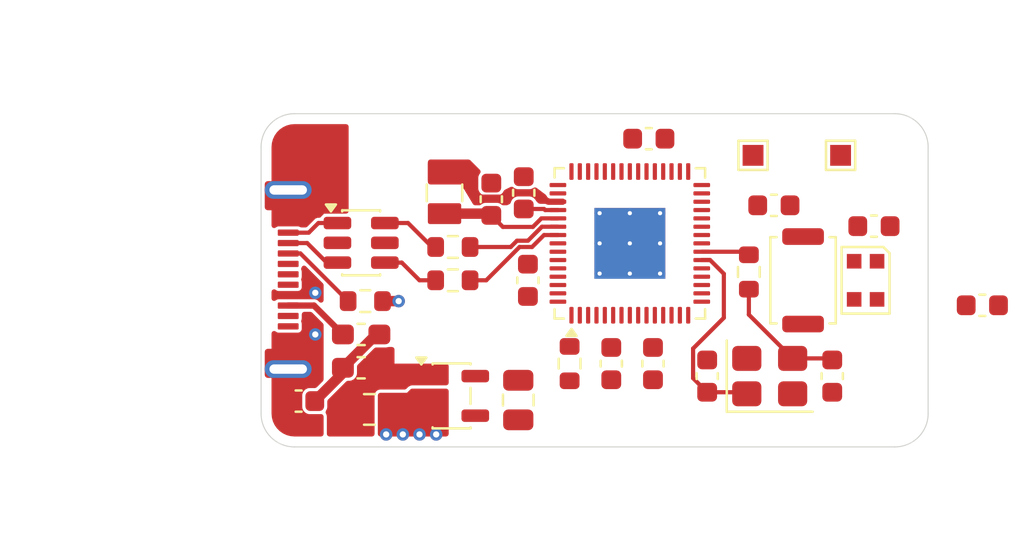
<source format=kicad_pcb>
(kicad_pcb (version 20241229) (generator "pcbnew") (generator_version "9.0")
  (layers (0 "F.Cu" signal) (2 "B.Cu" signal) (13 "F.Paste" user) (15 "B.Paste" user) (5 "F.SilkS" user "F.Silkscreen") (7 "B.SilkS" user "B.Silkscreen") (1 "F.Mask" user) (3 "B.Mask" user) (25 "Edge.Cuts" user))
  (net 0 "")
  (net 1 "+3V3")
  (net 2 "GND")
  (net 3 "+1V1")
  (net 4 "/VBus_{2}")
  (net 5 "+5V")
  (net 6 "/VBUS")
  (net 7 "Net-(P1-CC)")
  (net 46 "Net-(R4-Pad1)")
  (net 47 "/XIN")
  (net 48 "/LED_DAT")
  (net 49 "/USB_DP")
  (net 50 "/USB_DM_ESD")
  (net 51 "/USB_DM_RP")
  (net 52 "/USB_DP_RP")
  (net 53 "/USB_DP_ESD")
  (net 54 "/BUTTON")
  (net 55 "/XOUT")
  (net 56 "/SWCLK")
  (net 57 "/SWDIO")
  (net 58 "/USB_DM")
  (net 59 "/XTAL")
  (net 60 "/VREG_LX")
  (footprint "Capacitor_SMD:C_0603_1608Metric" (layer "F.Cu") (at 118.6 93.2)
    (property "Reference" "C9" (hide yes))
    (property "Value" "100n")
    (fp_line (start -0.14058 -0.51) (end 0.14058 -0.51) (stroke (width 0.12)) (layer "F.SilkS"))
    (fp_line (start -0.14058 0.51) (end 0.14058 0.51) (stroke (width 0.12)) (layer "F.SilkS"))
    (pad "1" smd roundrect (at -0.775 0) (size 0.9 0.95) (layers "F.Cu" "F.Mask" "F.Paste") (net 1 "+3V3"))
    (pad "2" smd roundrect (at 0.775 0) (size 0.9 0.95) (layers "F.Cu" "F.Mask" "F.Paste") (net 2 "GND"))
  )
  (footprint "Capacitor_SMD:C_0603_1608Metric" (layer "F.Cu") (at 124.6 96.4)
    (property "Reference" "C4" (hide yes))
    (property "Value" "4u7/6.3V/X5R")
    (fp_line (start -0.140581 -0.51) (end 0.140581 -0.51) (stroke (width 0.12)) (layer "F.SilkS"))
    (fp_line (start -0.140581 0.51) (end 0.140581 0.51) (stroke (width 0.12)) (layer "F.SilkS"))
    (pad "1" smd roundrect (at -0.775 0) (size 0.9 0.95) (layers "F.Cu" "F.Mask" "F.Paste") (net 3 "+1V1"))
    (pad "2" smd roundrect (at 0.775 0) (size 0.9 0.95) (layers "F.Cu" "F.Mask" "F.Paste") (net 2 "GND"))
  )
  (footprint "Capacitor_SMD:C_0603_1608Metric" (layer "F.Cu") (at 112.8 100 -90)
    (property "Reference" "C7" (hide yes))
    (property "Value" "100n")
    (fp_line (start -0.140581 0.51) (end 0.140581 0.51) (stroke (width 0.12)) (layer "F.SilkS"))
    (fp_line (start -0.140581 -0.51) (end 0.140581 -0.51) (stroke (width 0.12)) (layer "F.SilkS"))
    (pad "1" smd roundrect (at -0.775 0 270) (size 0.9 0.95) (layers "F.Cu" "F.Mask" "F.Paste") (net 1 "+3V3"))
    (pad "2" smd roundrect (at 0.775 0 270) (size 0.9 0.95) (layers "F.Cu" "F.Mask" "F.Paste") (net 2 "GND"))
  )
  (footprint "Capacitor_SMD:C_0603_1608Metric" (layer "F.Cu") (at 111.044365 96.107107 90)
    (property "Reference" "C2" (hide yes))
    (property "Value" "4u7/6.3V/X5R")
    (fp_line (start -0.140581 -0.51) (end 0.140581 -0.51) (stroke (width 0.12)) (layer "F.SilkS"))
    (fp_line (start -0.140581 0.51) (end 0.140581 0.51) (stroke (width 0.12)) (layer "F.SilkS"))
    (pad "1" smd roundrect (at -0.775 0 90) (size 0.9 0.95) (layers "F.Cu" "F.Mask" "F.Paste") (net 3 "+1V1"))
    (pad "2" smd roundrect (at 0.775 0 90) (size 0.9 0.95) (layers "F.Cu" "F.Mask" "F.Paste") (net 2 "GND"))
  )
  (footprint "Package_TO_SOT_SMD:SOT-23-5" (layer "F.Cu") (at 109.1375 105.55)
    (property "Reference" "U14" (hide yes))
    (property "Value" "TPS76933")
    (fp_line (start -0.91 -1.56) (end 0.91 -1.56) (stroke (width 0.12)) (layer "F.SilkS"))
    (fp_line (start -0.91 -1.51) (end -0.91 -1.56) (stroke (width 0.12)) (layer "F.SilkS"))
    (fp_line (start -0.91 1.56) (end -0.91 1.51) (stroke (width 0.12)) (layer "F.SilkS"))
    (fp_line (start 0.91 -1.56) (end 0.91 -1.51) (stroke (width 0.12)) (layer "F.SilkS"))
    (fp_line (start 0.91 -0.39) (end 0.91 0.39) (stroke (width 0.12)) (layer "F.SilkS"))
    (fp_line (start 0.91 1.51) (end 0.91 1.56) (stroke (width 0.12)) (layer "F.SilkS"))
    (fp_line (start 0.91 1.56) (end -0.91 1.56) (stroke (width 0.12)) (layer "F.SilkS"))
    (fp_poly (pts (xy -1.45 -1.51) (xy -1.69 -1.84) (xy -1.21 -1.84)) (stroke (width 0.12)) (fill yes) (layer "F.SilkS"))
    (pad "1" smd roundrect (at -1.1375 -0.95) (size 1.325 0.6) (layers "F.Cu" "F.Mask" "F.Paste") (net 5 "+5V"))
    (pad "2" smd roundrect (at -1.1375 0) (size 1.325 0.6) (layers "F.Cu" "F.Mask" "F.Paste") (net 2 "GND"))
    (pad "3" smd roundrect (at -1.1375 0.95) (size 1.325 0.6) (layers "F.Cu" "F.Mask" "F.Paste") (net 2 "GND"))
    (pad "4" smd roundrect (at 1.1375 0.95) (size 1.325 0.6) (layers "F.Cu" "F.Mask" "F.Paste"))
    (pad "5" smd roundrect (at 1.1375 -0.95) (size 1.325 0.6) (layers "F.Cu" "F.Mask" "F.Paste") (net 1 "+3V3"))
  )
  (footprint "rt_Connector_USB:USB_C_Plug_XKB_U261-121N-4BS2S" (layer "F.Cu") (at 101.3 99.9625 -90)
    (property "Reference" "P1" (hide yes))
    (property "Value" "USB_C_Plug_USB2.0")
    (pad "A1" smd roundrect (at 2.75 0 270) (size 0.3 1) (layers "F.Cu" "F.Mask" "F.Paste") (roundrect_rratio 0.15) (net 2 "GND"))
    (pad "A2" smd roundrect (at 2.25 0 270) (size 0.3 1) (layers "F.Cu" "F.Mask" "F.Paste") (roundrect_rratio 0.15))
    (pad "A3" smd roundrect (at 1.75 0 270) (size 0.3 1) (layers "F.Cu" "F.Mask" "F.Paste") (roundrect_rratio 0.15))
    (pad "A4" smd roundrect (at 1.25 0 270) (size 0.3 1) (layers "F.Cu" "F.Mask" "F.Paste") (roundrect_rratio 0.15) (net 6 "/VBUS"))
    (pad "A5" smd roundrect (at -1.25 0 270) (size 0.3 1) (layers "F.Cu" "F.Mask" "F.Paste") (roundrect_rratio 0.15) (net 7 "Net-(P1-CC)"))
    (pad "A6" smd roundrect (at -1.75 0 270) (size 0.3 1) (layers "F.Cu" "F.Mask" "F.Paste") (roundrect_rratio 0.15) (net 49 "/USB_DP"))
    (pad "A7" smd roundrect (at -2.25 0 270) (size 0.3 1) (layers "F.Cu" "F.Mask" "F.Paste") (roundrect_rratio 0.15) (net 58 "/USB_DM"))
    (pad "A12" smd roundrect (at -2.75 0 270) (size 0.3 1) (layers "F.Cu" "F.Mask" "F.Paste") (roundrect_rratio 0.15) (net 2 "GND"))
    (pad "B9" smd roundrect (at -0.75 0 270) (size 0.3 1) (layers "F.Cu" "F.Mask" "F.Paste") (roundrect_rratio 0.15) (net 6 "/VBUS"))
    (pad "B10" smd roundrect (at -0.25 0 270) (size 0.3 1) (layers "F.Cu" "F.Mask" "F.Paste") (roundrect_rratio 0.15))
    (pad "B11" smd roundrect (at 0.25 0 270) (size 0.3 1) (layers "F.Cu" "F.Mask" "F.Paste") (roundrect_rratio 0.15))
    (pad "B12" smd roundrect (at 0.75 0 270) (size 0.3 1) (layers "F.Cu" "F.Mask" "F.Paste") (roundrect_rratio 0.15) (net 2 "GND"))
    (pad "S1" thru_hole oval (at -4.3 0 270) (size 0.85 2.25) (drill oval 0.45 1.8) (layers "*.Cu" "*.Mask") (net 2 "GND"))
    (pad "S1" smd roundrect (at -4.025 0.625 270) (size 1.4 1) (layers "F.Cu" "F.Mask" "F.Paste") (roundrect_rratio 0.15) (net 2 "GND"))
    (pad "S1" smd roundrect (at 4.025 0.625 270) (size 1.4 1) (layers "F.Cu" "F.Mask" "F.Paste") (roundrect_rratio 0.15) (net 2 "GND"))
    (pad "S1" thru_hole oval (at 4.3 0 270) (size 0.85 2.25) (drill oval 0.45 1.8) (layers "*.Cu" "*.Mask") (net 2 "GND"))
  )
  (footprint "Capacitor_SMD:C_0603_1608Metric" (layer "F.Cu") (at 101.8 105.8 180)
    (property "Reference" "C27" (hide yes))
    (property "Value" "680n")
    (fp_line (start -0.140581 0.51) (end 0.140581 0.51) (stroke (width 0.12)) (layer "F.SilkS"))
    (fp_line (start -0.140581 -0.51) (end 0.140581 -0.51) (stroke (width 0.12)) (layer "F.SilkS"))
    (pad "1" smd roundrect (at -0.775 0 180) (size 0.9 0.95) (layers "F.Cu" "F.Mask" "F.Paste") (net 4 "/VBus_{2}"))
    (pad "2" smd roundrect (at 0.775 0 180) (size 0.9 0.95) (layers "F.Cu" "F.Mask" "F.Paste") (net 2 "GND"))
  )
  (footprint "Resistor_SMD:R_0603_1608Metric" (layer "F.Cu") (at 109.2 98.4)
    (property "Reference" "R1" (hide yes))
    (property "Value" "27R")
    (fp_line (start -0.237258 -0.5225) (end 0.237258 -0.5225) (stroke (width 0.12)) (layer "F.SilkS"))
    (fp_line (start -0.237258 0.5225) (end 0.237258 0.5225) (stroke (width 0.12)) (layer "F.SilkS"))
    (pad "1" smd roundrect (at -0.825 0) (size 0.8 0.95) (layers "F.Cu" "F.Mask" "F.Paste") (net 50 "/USB_DM_ESD"))
    (pad "2" smd roundrect (at 0.825 0) (size 0.8 0.95) (layers "F.Cu" "F.Mask" "F.Paste") (net 51 "/USB_DM_RP"))
  )
  (footprint "Capacitor_SMD:C_0603_1608Metric" (layer "F.Cu") (at 129.4 97.4 180)
    (property "Reference" "C10" (hide yes))
    (property "Value" "100n")
    (fp_line (start -0.140581 0.51) (end 0.140581 0.51) (stroke (width 0.12)) (layer "F.SilkS"))
    (fp_line (start -0.140581 -0.51) (end 0.140581 -0.51) (stroke (width 0.12)) (layer "F.SilkS"))
    (pad "1" smd roundrect (at -0.775 0 180) (size 0.9 0.95) (layers "F.Cu" "F.Mask" "F.Paste") (net 5 "+5V"))
    (pad "2" smd roundrect (at 0.775 0 180) (size 0.9 0.95) (layers "F.Cu" "F.Mask" "F.Paste") (net 2 "GND"))
  )
  (footprint "Resistor_SMD:R_0603_1608Metric" (layer "F.Cu") (at 123.4 99.6 90)
    (property "Reference" "R32" (hide yes))
    (property "Value" "1k")
    (fp_line (start -0.237258 -0.5225) (end 0.237258 -0.5225) (stroke (width 0.12)) (layer "F.SilkS"))
    (fp_line (start -0.237258 0.5225) (end 0.237258 0.5225) (stroke (width 0.12)) (layer "F.SilkS"))
    (pad "1" smd roundrect (at -0.825 0 90) (size 0.8 0.95) (layers "F.Cu" "F.Mask" "F.Paste") (net 59 "/XTAL"))
    (pad "2" smd roundrect (at 0.825 0 90) (size 0.8 0.95) (layers "F.Cu" "F.Mask" "F.Paste") (net 55 "/XOUT"))
  )
  (footprint "rt_Inductor:L_0806" (layer "F.Cu") (at 108.8 95.8 90)
    (property "Reference" "L1" (hide yes))
    (property "Value" "3u3")
    (fp_line (start -0.399622 -0.85) (end 0.399622 -0.85) (stroke (width 0.12)) (layer "F.SilkS"))
    (fp_line (start -0.399622 0.85) (end 0.399622 0.85) (stroke (width 0.12)) (layer "F.SilkS"))
    (pad "1" smd roundrect (at -1 0 90) (size 1 1.6) (layers "F.Cu" "F.Mask" "F.Paste") (roundrect_rratio 0.1) (net 3 "+1V1"))
    (pad "2" smd roundrect (at 1 0 90) (size 1 1.6) (layers "F.Cu" "F.Mask" "F.Paste") (roundrect_rratio 0.1) (net 60 "/VREG_LX"))
  )
  (footprint "Capacitor_SMD:C_0805_2012Metric" (layer "F.Cu") (at 112.3375 105.75 -90)
    (property "Reference" "C1" (hide yes))
    (property "Value" "10u/10V")
    (fp_line (start -0.261253 0.735) (end 0.261253 0.735) (stroke (width 0.12)) (layer "F.SilkS"))
    (fp_line (start -0.261253 -0.735) (end 0.261253 -0.735) (stroke (width 0.12)) (layer "F.SilkS"))
    (pad "1" smd roundrect (at -0.949999 0 270) (size 1 1.45) (layers "F.Cu" "F.Mask" "F.Paste") (net 1 "+3V3"))
    (pad "2" smd roundrect (at 0.949999 0 270) (size 1 1.45) (layers "F.Cu" "F.Mask" "F.Paste") (net 2 "GND"))
  )
  (footprint "LED_SMD:LED_WS2812B-2020_PLCC4_2.0x2.0mm" (layer "F.Cu") (at 129 100 -90)
    (property "Reference" "D1" (hide yes))
    (property "Value" "WS2812B")
    (fp_line (start -1.6 1.15) (end 1.6 1.15) (stroke (width 0.12)) (layer "F.SilkS"))
    (fp_line (start -1.6 1.15) (end -1.6 -0.85) (stroke (width 0.12)) (layer "F.SilkS"))
    (fp_line (start -1.3 -1.15) (end -1.6 -0.85) (stroke (width 0.12)) (layer "F.SilkS"))
    (fp_line (start -1.3 -1.15) (end 1.6 -1.15) (stroke (width 0.12)) (layer "F.SilkS"))
    (fp_line (start 1.6 -1.15) (end 1.6 1.15) (stroke (width 0.12)) (layer "F.SilkS"))
    (pad "1" smd rect (at -0.915 -0.55 270) (size 0.7 0.7) (layers "F.Cu" "F.Mask" "F.Paste") (net 5 "+5V"))
    (pad "2" smd rect (at -0.915 0.55 270) (size 0.7 0.7) (layers "F.Cu" "F.Mask" "F.Paste"))
    (pad "3" smd rect (at 0.915 0.55 270) (size 0.7 0.7) (layers "F.Cu" "F.Mask" "F.Paste") (net 2 "GND"))
    (pad "4" smd rect (at 0.915 -0.55 270) (size 0.7 0.7) (layers "F.Cu" "F.Mask" "F.Paste") (net 48 "/LED_DAT"))
  )
  (footprint "Button_Switch_SMD:SW_Push_SPST_NO_Alps_SKRK" (layer "F.Cu") (at 126 100 -90)
    (property "Reference" "SW1" (hide yes))
    (property "Value" "Function")
    (fp_line (start -2.07 1.57) (end -2.07 1.270001) (stroke (width 0.12)) (layer "F.SilkS"))
    (fp_line (start 2.07 1.57) (end -2.07 1.57) (stroke (width 0.12)) (layer "F.SilkS"))
    (fp_line (start 2.07 1.270001) (end 2.07 1.57) (stroke (width 0.12)) (layer "F.SilkS"))
    (fp_line (start -2.07 -1.270001) (end -2.07 -1.57) (stroke (width 0.12)) (layer "F.SilkS"))
    (fp_line (start -2.07 -1.57) (end 2.07 -1.57) (stroke (width 0.12)) (layer "F.SilkS"))
    (fp_line (start 2.07 -1.57) (end 2.07 -1.270001) (stroke (width 0.12)) (layer "F.SilkS"))
    (pad "1" smd roundrect (at -2.1 0 270) (size 0.8 2) (layers "F.Cu" "F.Mask" "F.Paste") (net 2 "GND"))
    (pad "2" smd roundrect (at 2.1 0 270) (size 0.8 2) (layers "F.Cu" "F.Mask" "F.Paste") (net 46 "Net-(R4-Pad1)"))
  )
  (footprint "Resistor_SMD:R_0603_1608Metric" (layer "F.Cu") (at 109.2 100)
    (property "Reference" "R2" (hide yes))
    (property "Value" "27R")
    (fp_line (start -0.237258 -0.5225) (end 0.237258 -0.5225) (stroke (width 0.12)) (layer "F.SilkS"))
    (fp_line (start -0.237258 0.5225) (end 0.237258 0.5225) (stroke (width 0.12)) (layer "F.SilkS"))
    (pad "1" smd roundrect (at -0.825 0) (size 0.8 0.95) (layers "F.Cu" "F.Mask" "F.Paste") (net 53 "/USB_DP_ESD"))
    (pad "2" smd roundrect (at 0.825 0) (size 0.8 0.95) (layers "F.Cu" "F.Mask" "F.Paste") (net 52 "/USB_DP_RP"))
  )
  (footprint "Capacitor_SMD:C_0603_1608Metric" (layer "F.Cu") (at 121.4 104.6 90)
    (property "Reference" "C29" (hide yes))
    (property "Value" "20p/25V/C0G")
    (fp_line (start -0.140581 -0.51) (end 0.140581 -0.51) (stroke (width 0.12)) (layer "F.SilkS"))
    (fp_line (start -0.140581 0.51) (end 0.140581 0.51) (stroke (width 0.12)) (layer "F.SilkS"))
    (pad "1" smd roundrect (at -0.775 0 90) (size 0.9 0.95) (layers "F.Cu" "F.Mask" "F.Paste") (net 47 "/XIN"))
    (pad "2" smd roundrect (at 0.775 0 90) (size 0.9 0.95) (layers "F.Cu" "F.Mask" "F.Paste") (net 2 "GND"))
  )
  (footprint "TestPoint:TestPoint_Pad_1.0x1.0mm" (layer "F.Cu") (at 127.8 94 180)
    (property "Reference" "TP1" (hide yes))
    (property "Value" "SWCLK")
    (fp_line (start 0.7 0.7) (end -0.7 0.7) (stroke (width 0.12)) (layer "F.SilkS"))
    (fp_line (start 0.7 -0.7) (end 0.7 0.7) (stroke (width 0.12)) (layer "F.SilkS"))
    (fp_line (start -0.7 0.7) (end -0.7 -0.7) (stroke (width 0.12)) (layer "F.SilkS"))
    (fp_line (start -0.7 -0.7) (end 0.7 -0.7) (stroke (width 0.12)) (layer "F.SilkS"))
    (pad "1" smd rect (at 0 0 180) (size 1 1) (layers "F.Cu" "F.Mask") (net 56 "/SWCLK"))
  )
  (footprint "Capacitor_SMD:C_0603_1608Metric" (layer "F.Cu") (at 127.4 104.6 -90)
    (property "Reference" "C30" (hide yes))
    (property "Value" "20p/25V/C0G")
    (fp_line (start -0.140581 0.51) (end 0.140581 0.51) (stroke (width 0.12)) (layer "F.SilkS"))
    (fp_line (start -0.140581 -0.51) (end 0.140581 -0.51) (stroke (width 0.12)) (layer "F.SilkS"))
    (pad "1" smd roundrect (at -0.775 0 270) (size 0.9 0.95) (layers "F.Cu" "F.Mask" "F.Paste") (net 59 "/XTAL"))
    (pad "2" smd roundrect (at 0.775 0 270) (size 0.9 0.95) (layers "F.Cu" "F.Mask" "F.Paste") (net 2 "GND"))
  )
  (footprint "Capacitor_SMD:C_0805_2012Metric" (layer "F.Cu") (at 105.2 106.2)
    (property "Reference" "C49" (hide yes))
    (property "Value" "1u")
    (fp_line (start -0.261253 -0.735) (end 0.261253 -0.735) (stroke (width 0.12)) (layer "F.SilkS"))
    (fp_line (start -0.261253 0.735) (end 0.261253 0.735) (stroke (width 0.12)) (layer "F.SilkS"))
    (pad "1" smd roundrect (at -0.949999 0) (size 1 1.45) (layers "F.Cu" "F.Mask" "F.Paste") (net 5 "+5V"))
    (pad "2" smd roundrect (at 0.949999 0) (size 1 1.45) (layers "F.Cu" "F.Mask" "F.Paste") (net 2 "GND"))
  )
  (footprint "Capacitor_SMD:C_0603_1608Metric" (layer "F.Cu") (at 112.6 95.8 90)
    (property "Reference" "C3" (hide yes))
    (property "Value" "4u7/6.3V/X5R")
    (fp_line (start -0.140581 -0.51) (end 0.140581 -0.51) (stroke (width 0.12)) (layer "F.SilkS"))
    (fp_line (start -0.140581 0.51) (end 0.140581 0.51) (stroke (width 0.12)) (layer "F.SilkS"))
    (pad "1" smd roundrect (at -0.775 0 90) (size 0.9 0.95) (layers "F.Cu" "F.Mask" "F.Paste") (net 1 "+3V3"))
    (pad "2" smd roundrect (at 0.775 0 90) (size 0.9 0.95) (layers "F.Cu" "F.Mask" "F.Paste") (net 2 "GND"))
  )
  (footprint "Resistor_SMD:R_0603_1608Metric" (layer "F.Cu") (at 105 101)
    (property "Reference" "R3" (hide yes))
    (property "Value" "5k1")
    (fp_line (start -0.237258 -0.5225) (end 0.237258 -0.5225) (stroke (width 0.12)) (layer "F.SilkS"))
    (fp_line (start -0.237258 0.5225) (end 0.237258 0.5225) (stroke (width 0.12)) (layer "F.SilkS"))
    (pad "1" smd roundrect (at -0.825 0) (size 0.8 0.95) (layers "F.Cu" "F.Mask" "F.Paste") (net 7 "Net-(P1-CC)"))
    (pad "2" smd roundrect (at 0.825 0) (size 0.8 0.95) (layers "F.Cu" "F.Mask" "F.Paste") (net 2 "GND"))
  )
  (footprint "Capacitor_SMD:C_0603_1608Metric" (layer "F.Cu") (at 116.8 104 -90)
    (property "Reference" "C5" (hide yes))
    (property "Value" "100n")
    (fp_line (start -0.140581 0.51) (end 0.140581 0.51) (stroke (width 0.12)) (layer "F.SilkS"))
    (fp_line (start -0.140581 -0.51) (end 0.140581 -0.51) (stroke (width 0.12)) (layer "F.SilkS"))
    (pad "1" smd roundrect (at -0.775 0 270) (size 0.9 0.95) (layers "F.Cu" "F.Mask" "F.Paste") (net 3 "+1V1"))
    (pad "2" smd roundrect (at 0.775 0 270) (size 0.9 0.95) (layers "F.Cu" "F.Mask" "F.Paste") (net 2 "GND"))
  )
  (footprint "Inductor_SMD:L_0603_1608Metric_Pad1.05x0.95mm_HandSolder" (layer "F.Cu") (at 104.8 104.2)
    (property "Reference" "L3" (hide yes))
    (property "Value" "L")
    (fp_line (start -0.171267 -0.51) (end 0.171267 -0.51) (stroke (width 0.12)) (layer "F.SilkS"))
    (fp_line (start -0.171267 0.51) (end 0.171267 0.51) (stroke (width 0.12)) (layer "F.SilkS"))
    (pad "1" smd roundrect (at -0.875 0) (size 1.05 0.95) (layers "F.Cu" "F.Mask" "F.Paste") (net 4 "/VBus_{2}"))
    (pad "2" smd roundrect (at 0.875 0) (size 1.05 0.95) (layers "F.Cu" "F.Mask" "F.Paste") (net 5 "+5V"))
  )
  (footprint "Crystal:Crystal_SMD_3225-4Pin_3.2x2.5mm" (layer "F.Cu") (at 124.4 104.6)
    (property "Reference" "Y1" (hide yes))
    (property "Value" "12MHz SMD3225-4P")
    (fp_line (start -2.06 -1.71) (end -2.06 1.71) (stroke (width 0.12)) (layer "F.SilkS"))
    (fp_line (start -2.06 1.71) (end 2.06 1.71) (stroke (width 0.12)) (layer "F.SilkS"))
    (pad "1" smd roundrect (at -1.1 0.85) (size 1.4 1.2) (layers "F.Cu" "F.Mask" "F.Paste") (roundrect_rratio 0.208333) (net 47 "/XIN"))
    (pad "2" smd roundrect (at 1.1 0.85) (size 1.4 1.2) (layers "F.Cu" "F.Mask" "F.Paste") (roundrect_rratio 0.208333) (net 2 "GND"))
    (pad "3" smd roundrect (at 1.1 -0.85) (size 1.4 1.2) (layers "F.Cu" "F.Mask" "F.Paste") (roundrect_rratio 0.208333) (net 59 "/XTAL"))
    (pad "4" smd roundrect (at -1.1 -0.85) (size 1.4 1.2) (layers "F.Cu" "F.Mask" "F.Paste") (roundrect_rratio 0.208333) (net 2 "GND"))
  )
  (footprint "TestPoint:TestPoint_Pad_1.0x1.0mm" (layer "F.Cu") (at 123.6 94 180)
    (property "Reference" "TP2" (hide yes))
    (property "Value" "SWDIO")
    (fp_line (start 0.7 0.7) (end -0.7 0.7) (stroke (width 0.12)) (layer "F.SilkS"))
    (fp_line (start 0.7 -0.7) (end 0.7 0.7) (stroke (width 0.12)) (layer "F.SilkS"))
    (fp_line (start -0.7 0.7) (end -0.7 -0.7) (stroke (width 0.12)) (layer "F.SilkS"))
    (fp_line (start -0.7 -0.7) (end 0.7 -0.7) (stroke (width 0.12)) (layer "F.SilkS"))
    (pad "1" smd rect (at 0 0 180) (size 1 1) (layers "F.Cu" "F.Mask") (net 57 "/SWDIO"))
  )
  (footprint "Resistor_SMD:R_0603_1608Metric" (layer "F.Cu") (at 114.8 104 90)
    (property "Reference" "R4" (hide yes))
    (property "Value" "1k")
    (fp_line (start -0.237258 -0.5225) (end 0.237258 -0.5225) (stroke (width 0.12)) (layer "F.SilkS"))
    (fp_line (start -0.237258 0.5225) (end 0.237258 0.5225) (stroke (width 0.12)) (layer "F.SilkS"))
    (pad "1" smd roundrect (at -0.825 0 90) (size 0.8 0.95) (layers "F.Cu" "F.Mask" "F.Paste") (net 46 "Net-(R4-Pad1)"))
    (pad "2" smd roundrect (at 0.825 0 90) (size 0.8 0.95) (layers "F.Cu" "F.Mask" "F.Paste") (net 54 "/BUTTON"))
  )
  (footprint "Capacitor_SMD:C_0603_1608Metric" (layer "F.Cu") (at 134.6 101.2)
    (property "Reference" "C6" (hide yes))
    (property "Value" "100n")
    (fp_line (start -0.14058 -0.51) (end 0.14058 -0.51) (stroke (width 0.12)) (layer "F.SilkS"))
    (fp_line (start -0.14058 0.51) (end 0.14058 0.51) (stroke (width 0.12)) (layer "F.SilkS"))
    (pad "1" smd roundrect (at -0.775 0) (size 0.9 0.95) (layers "F.Cu" "F.Mask" "F.Paste") (net 1 "+3V3"))
    (pad "2" smd roundrect (at 0.775 0) (size 0.9 0.95) (layers "F.Cu" "F.Mask" "F.Paste") (net 2 "GND"))
  )
  (footprint "Inductor_SMD:L_0603_1608Metric_Pad1.05x0.95mm_HandSolder" (layer "F.Cu") (at 104.8 102.6)
    (property "Reference" "L2" (hide yes))
    (property "Value" "L")
    (fp_line (start -0.171267 -0.51) (end 0.171267 -0.51) (stroke (width 0.12)) (layer "F.SilkS"))
    (fp_line (start -0.171267 0.51) (end 0.171267 0.51) (stroke (width 0.12)) (layer "F.SilkS"))
    (pad "1" smd roundrect (at -0.875 0) (size 1.05 0.95) (layers "F.Cu" "F.Mask" "F.Paste") (net 6 "/VBUS"))
    (pad "2" smd roundrect (at 0.875 0) (size 1.05 0.95) (layers "F.Cu" "F.Mask" "F.Paste") (net 4 "/VBus_{2}"))
  )
  (footprint "Capacitor_SMD:C_0603_1608Metric" (layer "F.Cu") (at 118.8 104 -90)
    (property "Reference" "C8" (hide yes))
    (property "Value" "100n")
    (fp_line (start -0.140581 0.51) (end 0.140581 0.51) (stroke (width 0.12)) (layer "F.SilkS"))
    (fp_line (start -0.140581 -0.51) (end 0.140581 -0.51) (stroke (width 0.12)) (layer "F.SilkS"))
    (pad "1" smd roundrect (at -0.775 0 270) (size 0.9 0.95) (layers "F.Cu" "F.Mask" "F.Paste") (net 1 "+3V3"))
    (pad "2" smd roundrect (at 0.775 0 270) (size 0.9 0.95) (layers "F.Cu" "F.Mask" "F.Paste") (net 2 "GND"))
  )
  (footprint "Package_DFN_QFN:QFN-60-1EP_7x7mm_P0.4mm_EP3.4x3.4mm_ThermalVias" (layer "F.Cu") (at 117.689697 98.226955 90)
    (property "Reference" "U1" (hide yes))
    (property "Value" "RP2354A")
    (fp_line (start 3.61 -3.61) (end 3.61 -3.16) (stroke (width 0.12)) (layer "F.SilkS"))
    (fp_line (start 3.16 -3.61) (end 3.61 -3.61) (stroke (width 0.12)) (layer "F.SilkS"))
    (fp_line (start -3.61 -3.61) (end -3.16 -3.61) (stroke (width 0.12)) (layer "F.SilkS"))
    (fp_line (start -3.61 -3.16) (end -3.61 -3.61) (stroke (width 0.12)) (layer "F.SilkS"))
    (fp_line (start 3.61 3.16) (end 3.61 3.61) (stroke (width 0.12)) (layer "F.SilkS"))
    (fp_line (start 3.61 3.61) (end 3.16 3.61) (stroke (width 0.12)) (layer "F.SilkS"))
    (fp_line (start -3.16 3.61) (end -3.61 3.61) (stroke (width 0.12)) (layer "F.SilkS"))
    (fp_line (start -3.61 3.61) (end -3.61 3.16) (stroke (width 0.12)) (layer "F.SilkS"))
    (fp_poly (pts (xy -4.11 -2.8) (xy -4.44 -2.559999) (xy -4.44 -3.040001)) (stroke (width 0.12)) (fill yes) (layer "F.SilkS"))
    (pad "1" smd roundrect (at -3.449999 -2.8 90) (size 0.8 0.2) (layers "F.Cu" "F.Mask" "F.Paste") (net 1 "+3V3"))
    (pad "2" smd roundrect (at -3.45 -2.4 90) (size 0.8 0.2) (layers "F.Cu" "F.Mask" "F.Paste"))
    (pad "3" smd roundrect (at -3.45 -2 90) (size 0.8 0.2) (layers "F.Cu" "F.Mask" "F.Paste"))
    (pad "4" smd roundrect (at -3.45 -1.6 90) (size 0.8 0.2) (layers "F.Cu" "F.Mask" "F.Paste"))
    (pad "5" smd roundrect (at -3.45 -1.200001 90) (size 0.8 0.2) (layers "F.Cu" "F.Mask" "F.Paste") (net 48 "/LED_DAT"))
    (pad "6" smd roundrect (at -3.45 -0.8 90) (size 0.8 0.2) (layers "F.Cu" "F.Mask" "F.Paste") (net 3 "+1V1"))
    (pad "7" smd roundrect (at -3.45 -0.4 90) (size 0.8 0.2) (layers "F.Cu" "F.Mask" "F.Paste"))
    (pad "8" smd roundrect (at -3.449999 0 90) (size 0.8 0.2) (layers "F.Cu" "F.Mask" "F.Paste"))
    (pad "9" smd roundrect (at -3.45 0.4 90) (size 0.8 0.2) (layers "F.Cu" "F.Mask" "F.Paste"))
    (pad "10" smd roundrect (at -3.45 0.8 90) (size 0.8 0.2) (layers "F.Cu" "F.Mask" "F.Paste"))
    (pad "11" smd roundrect (at -3.45 1.200001 90) (size 0.8 0.2) (layers "F.Cu" "F.Mask" "F.Paste") (net 1 "+3V3"))
    (pad "12" smd roundrect (at -3.45 1.6 90) (size 0.8 0.2) (layers "F.Cu" "F.Mask" "F.Paste"))
    (pad "13" smd roundrect (at -3.45 2 90) (size 0.8 0.2) (layers "F.Cu" "F.Mask" "F.Paste"))
    (pad "14" smd roundrect (at -3.45 2.4 90) (size 0.8 0.2) (layers "F.Cu" "F.Mask" "F.Paste"))
    (pad "15" smd roundrect (at -3.449999 2.8 90) (size 0.8 0.2) (layers "F.Cu" "F.Mask" "F.Paste"))
    (pad "16" smd roundrect (at -2.8 3.449999 90) (size 0.2 0.8) (layers "F.Cu" "F.Mask" "F.Paste"))
    (pad "17" smd roundrect (at -2.4 3.45 90) (size 0.2 0.8) (layers "F.Cu" "F.Mask" "F.Paste"))
    (pad "18" smd roundrect (at -2 3.45 90) (size 0.2 0.8) (layers "F.Cu" "F.Mask" "F.Paste"))
    (pad "19" smd roundrect (at -1.6 3.45 90) (size 0.2 0.8) (layers "F.Cu" "F.Mask" "F.Paste"))
    (pad "20" smd roundrect (at -1.200001 3.45 90) (size 0.2 0.8) (layers "F.Cu" "F.Mask" "F.Paste") (net 1 "+3V3"))
    (pad "21" smd roundrect (at -0.8 3.45 90) (size 0.2 0.8) (layers "F.Cu" "F.Mask" "F.Paste") (net 47 "/XIN"))
    (pad "22" smd roundrect (at -0.4 3.45 90) (size 0.2 0.8) (layers "F.Cu" "F.Mask" "F.Paste") (net 55 "/XOUT"))
    (pad "23" smd roundrect (at 0 3.449999 90) (size 0.2 0.8) (layers "F.Cu" "F.Mask" "F.Paste") (net 3 "+1V1"))
    (pad "24" smd roundrect (at 0.4 3.45 90) (size 0.2 0.8) (layers "F.Cu" "F.Mask" "F.Paste") (net 56 "/SWCLK"))
    (pad "25" smd roundrect (at 0.8 3.45 90) (size 0.2 0.8) (layers "F.Cu" "F.Mask" "F.Paste") (net 57 "/SWDIO"))
    (pad "26" smd roundrect (at 1.200001 3.45 90) (size 0.2 0.8) (layers "F.Cu" "F.Mask" "F.Paste") (net 1 "+3V3"))
    (pad "27" smd roundrect (at 1.6 3.45 90) (size 0.2 0.8) (layers "F.Cu" "F.Mask" "F.Paste"))
    (pad "28" smd roundrect (at 2 3.45 90) (size 0.2 0.8) (layers "F.Cu" "F.Mask" "F.Paste"))
    (pad "29" smd roundrect (at 2.4 3.45 90) (size 0.2 0.8) (layers "F.Cu" "F.Mask" "F.Paste"))
    (pad "30" smd roundrect (at 2.8 3.449999 90) (size 0.2 0.8) (layers "F.Cu" "F.Mask" "F.Paste") (net 1 "+3V3"))
    (pad "31" smd roundrect (at 3.449999 2.8 90) (size 0.8 0.2) (layers "F.Cu" "F.Mask" "F.Paste"))
    (pad "32" smd roundrect (at 3.45 2.4 90) (size 0.8 0.2) (layers "F.Cu" "F.Mask" "F.Paste"))
    (pad "33" smd roundrect (at 3.45 2 90) (size 0.8 0.2) (layers "F.Cu" "F.Mask" "F.Paste"))
    (pad "34" smd roundrect (at 3.45 1.6 90) (size 0.8 0.2) (layers "F.Cu" "F.Mask" "F.Paste"))
    (pad "35" smd roundrect (at 3.45 1.200001 90) (size 0.8 0.2) (layers "F.Cu" "F.Mask" "F.Paste"))
    (pad "36" smd roundrect (at 3.45 0.8 90) (size 0.8 0.2) (layers "F.Cu" "F.Mask" "F.Paste"))
    (pad "37" smd roundrect (at 3.45 0.4 90) (size 0.8 0.2) (layers "F.Cu" "F.Mask" "F.Paste"))
    (pad "38" smd roundrect (at 3.449999 0 90) (size 0.8 0.2) (layers "F.Cu" "F.Mask" "F.Paste") (net 1 "+3V3"))
    (pad "39" smd roundrect (at 3.45 -0.4 90) (size 0.8 0.2) (layers "F.Cu" "F.Mask" "F.Paste") (net 3 "+1V1"))
    (pad "40" smd roundrect (at 3.45 -0.8 90) (size 0.8 0.2) (layers "F.Cu" "F.Mask" "F.Paste"))
    (pad "41" smd roundrect (at 3.45 -1.200001 90) (size 0.8 0.2) (layers "F.Cu" "F.Mask" "F.Paste"))
    (pad "42" smd roundrect (at 3.45 -1.6 90) (size 0.8 0.2) (layers "F.Cu" "F.Mask" "F.Paste"))
    (pad "43" smd roundrect (at 3.45 -2 90) (size 0.8 0.2) (layers "F.Cu" "F.Mask" "F.Paste"))
    (pad "44" smd roundrect (at 3.45 -2.4 90) (size 0.8 0.2) (layers "F.Cu" "F.Mask" "F.Paste"))
    (pad "45" smd roundrect (at 3.449999 -2.8 90) (size 0.8 0.2) (layers "F.Cu" "F.Mask" "F.Paste") (net 1 "+3V3"))
    (pad "46" smd roundrect (at 2.8 -3.449999 90) (size 0.2 0.8) (layers "F.Cu" "F.Mask" "F.Paste"))
    (pad "47" smd roundrect (at 2.4 -3.45 90) (size 0.2 0.8) (layers "F.Cu" "F.Mask" "F.Paste") (net 2 "GND"))
    (pad "48" smd roundrect (at 2 -3.45 90) (size 0.2 0.8) (layers "F.Cu" "F.Mask" "F.Paste") (net 60 "/VREG_LX"))
    (pad "49" smd roundrect (at 1.6 -3.45 90) (size 0.2 0.8) (layers "F.Cu" "F.Mask" "F.Paste") (net 1 "+3V3"))
    (pad "50" smd roundrect (at 1.200001 -3.45 90) (size 0.2 0.8) (layers "F.Cu" "F.Mask" "F.Paste") (net 3 "+1V1"))
    (pad "51" smd roundrect (at 0.8 -3.45 90) (size 0.2 0.8) (layers "F.Cu" "F.Mask" "F.Paste") (net 51 "/USB_DM_RP"))
    (pad "52" smd roundrect (at 0.4 -3.45 90) (size 0.2 0.8) (layers "F.Cu" "F.Mask" "F.Paste") (net 52 "/USB_DP_RP"))
    (pad "53" smd roundrect (at 0 -3.449999 90) (size 0.2 0.8) (layers "F.Cu" "F.Mask" "F.Paste") (net 1 "+3V3"))
    (pad "54" smd roundrect (at -0.4 -3.45 90) (size 0.2 0.8) (layers "F.Cu" "F.Mask" "F.Paste") (net 1 "+3V3"))
    (pad "55" smd roundrect (at -0.8 -3.45 90) (size 0.2 0.8) (layers "F.Cu" "F.Mask" "F.Paste"))
    (pad "56" smd roundrect (at -1.200001 -3.45 90) (size 0.2 0.8) (layers "F.Cu" "F.Mask" "F.Paste"))
    (pad "57" smd roundrect (at -1.6 -3.45 90) (size 0.2 0.8) (layers "F.Cu" "F.Mask" "F.Paste"))
    (pad "58" smd roundrect (at -2 -3.45 90) (size 0.2 0.8) (layers "F.Cu" "F.Mask" "F.Paste"))
    (pad "59" smd roundrect (at -2.4 -3.45 90) (size 0.2 0.8) (layers "F.Cu" "F.Mask" "F.Paste"))
    (pad "60" smd roundrect (at -2.8 -3.449999 90) (size 0.2 0.8) (layers "F.Cu" "F.Mask" "F.Paste") (net 54 "/BUTTON"))
    (pad "61" thru_hole circle (at -1.45 -1.45 90) (size 0.5 0.5) (drill 0.2) (property pad_prop_heatsink) (layers "*.Cu") (net 2 "GND"))
    (pad "61" thru_hole circle (at -1.45 0 90) (size 0.5 0.5) (drill 0.2) (property pad_prop_heatsink) (layers "*.Cu") (net 2 "GND"))
    (pad "61" thru_hole circle (at -1.45 1.45 90) (size 0.5 0.5) (drill 0.2) (property pad_prop_heatsink) (layers "*.Cu") (net 2 "GND"))
    (pad "61" thru_hole circle (at 0 -1.45 90) (size 0.5 0.5) (drill 0.2) (property pad_prop_heatsink) (layers "*.Cu") (net 2 "GND"))
    (pad "61" thru_hole circle (at 0 0 90) (size 0.5 0.5) (drill 0.2) (property pad_prop_heatsink) (layers "*.Cu") (net 2 "GND"))
    (pad "61" smd rect (at 0 0 90) (size 3.4 3.4) (property pad_prop_heatsink) (layers "F.Cu" "F.Mask") (net 2 "GND"))
    (pad "61" smd rect (at 0 0 90) (size 3.4 3.4) (property pad_prop_heatsink) (layers "B.Cu") (net 2 "GND"))
    (pad "61" thru_hole circle (at 0 1.45 90) (size 0.5 0.5) (drill 0.2) (property pad_prop_heatsink) (layers "*.Cu") (net 2 "GND"))
    (pad "61" thru_hole circle (at 1.45 -1.45 90) (size 0.5 0.5) (drill 0.2) (property pad_prop_heatsink) (layers "*.Cu") (net 2 "GND"))
    (pad "61" thru_hole circle (at 1.45 0 90) (size 0.5 0.5) (drill 0.2) (property pad_prop_heatsink) (layers "*.Cu") (net 2 "GND"))
    (pad "61" thru_hole circle (at 1.45 1.45 90) (size 0.5 0.5) (drill 0.2) (property pad_prop_heatsink) (layers "*.Cu") (net 2 "GND"))
  )
  (footprint "Package_TO_SOT_SMD:SOT-23-6" (layer "F.Cu") (at 104.8 98.2)
    (property "Reference" "U10" (hide yes))
    (property "Value" "WE-TVS-82400102")
    (fp_line (start -0.91 -1.56) (end 0.91 -1.56) (stroke (width 0.12)) (layer "F.SilkS"))
    (fp_line (start -0.91 -1.51) (end -0.91 -1.56) (stroke (width 0.12)) (layer "F.SilkS"))
    (fp_line (start -0.91 1.56) (end -0.91 1.51) (stroke (width 0.12)) (layer "F.SilkS"))
    (fp_line (start 0.91 -1.56) (end 0.91 -1.51) (stroke (width 0.12)) (layer "F.SilkS"))
    (fp_line (start 0.91 1.51) (end 0.91 1.56) (stroke (width 0.12)) (layer "F.SilkS"))
    (fp_line (start 0.91 1.56) (end -0.91 1.56) (stroke (width 0.12)) (layer "F.SilkS"))
    (fp_poly (pts (xy -1.45 -1.51) (xy -1.69 -1.84) (xy -1.21 -1.84)) (stroke (width 0.12)) (fill yes) (layer "F.SilkS"))
    (pad "1" smd roundrect (at -1.1375 -0.949999) (size 1.325 0.6) (layers "F.Cu" "F.Mask" "F.Paste") (net 58 "/USB_DM"))
    (pad "2" smd roundrect (at -1.1375 0) (size 1.325 0.6) (layers "F.Cu" "F.Mask" "F.Paste") (net 2 "GND"))
    (pad "3" smd roundrect (at -1.1375 0.949999) (size 1.325 0.6) (layers "F.Cu" "F.Mask" "F.Paste") (net 49 "/USB_DP"))
    (pad "4" smd roundrect (at 1.1375 0.949999) (size 1.325 0.6) (layers "F.Cu" "F.Mask" "F.Paste") (net 53 "/USB_DP_ESD"))
    (pad "5" smd roundrect (at 1.1375 0) (size 1.325 0.6) (layers "F.Cu" "F.Mask" "F.Paste") (net 6 "/VBUS"))
    (pad "6" smd roundrect (at 1.1375 -0.949999) (size 1.325 0.6) (layers "F.Cu" "F.Mask" "F.Paste") (net 50 "/USB_DM_ESD"))
  )
  (gr_line (start 132 106.4) (end 132 93.6) (stroke (width 0.05)) (layer "Edge.Cuts"))
  (gr_line (start 100 93.6) (end 100 106.4) (stroke (width 0.05)) (layer "Edge.Cuts"))
  (gr_arc (start 101.6 108) (mid 100.468629 107.531371) (end 100 106.4) (stroke (width 0.05)) (layer "Edge.Cuts"))
  (gr_arc (start 100 93.6) (mid 100.468629 92.468629) (end 101.6 92) (stroke (width 0.05)) (layer "Edge.Cuts"))
  (gr_line (start 101.6 108) (end 130.4 108) (stroke (width 0.05)) (layer "Edge.Cuts"))
  (gr_arc (start 132 106.4) (mid 131.531371 107.531371) (end 130.4 108) (stroke (width 0.05)) (layer "Edge.Cuts"))
  (gr_line (start 130.4 92) (end 101.6 92) (stroke (width 0.05)) (layer "Edge.Cuts"))
  (gr_arc (start 130.4 92) (mid 131.531371 92.468629) (end 132 93.6) (stroke (width 0.05)) (layer "Edge.Cuts"))
  (segment (start 112.6 96.575) (end 113.575 96.575) (width 0.2) (layer "F.Cu") (net 1))
  (segment (start 113.575 96.575) (end 113.626955 96.626955) (width 0.2) (layer "F.Cu") (net 1))
  (segment (start 113.626955 96.626955) (end 114.239697 96.626955) (width 0.2) (layer "F.Cu") (net 1))
  (segment (start 101.3 100.7125) (end 102.4875 100.7125) (width 0.3) (layer "F.Cu") (net 2))
  (segment (start 105.825 101) (end 106.6 101) (width 0.5) (layer "F.Cu") (net 2))
  (segment (start 101.3 102.7125) (end 102.4875 102.7125) (width 0.3) (layer "F.Cu") (net 2))
  (segment (start 102.4875 100.7125) (end 102.6 100.6) (width 0.3) (layer "F.Cu") (net 2))
  (segment (start 102.4875 102.7125) (end 102.6 102.6) (width 0.3) (layer "F.Cu") (net 2))
  (via (at 106 107.4) (size 0.6) (drill 0.3) (layers "F.Cu" "B.Cu") (net 2))
  (via (at 102.6 102.6) (size 0.6) (drill 0.3) (layers "F.Cu" "B.Cu") (net 2))
  (via (at 102.6 100.6) (size 0.6) (drill 0.3) (layers "F.Cu" "B.Cu") (net 2))
  (via (at 108.4 107.4) (size 0.6) (drill 0.3) (layers "F.Cu" "B.Cu") (net 2))
  (via (at 106.6 101) (size 0.6) (drill 0.3) (layers "F.Cu" "B.Cu") (net 2))
  (via (at 106.8 107.4) (size 0.6) (drill 0.3) (layers "F.Cu" "B.Cu") (net 2))
  (via (at 107.6 107.4) (size 0.6) (drill 0.3) (layers "F.Cu" "B.Cu") (net 2))
  (segment (start 108.8 96.8) (end 110.962258 96.8) (width 0.5) (layer "F.Cu") (net 3))
  (segment (start 111.598919 97.436661) (end 111.044365 96.882107) (width 0.2) (layer "F.Cu") (net 3))
  (segment (start 113.446368 97.026954) (end 113.036661 97.436661) (width 0.2) (layer "F.Cu") (net 3))
  (segment (start 110.962258 96.8) (end 111.044365 96.882107) (width 0.5) (layer "F.Cu") (net 3))
  (segment (start 114.239697 97.026954) (end 113.446368 97.026954) (width 0.2) (layer "F.Cu") (net 3))
  (segment (start 113.036661 97.436661) (end 111.598919 97.436661) (width 0.2) (layer "F.Cu") (net 3))
  (segment (start 103.925 104.2) (end 103.925 104.45) (width 0.5) (layer "F.Cu") (net 4))
  (segment (start 105.675 102.6) (end 105.525 102.6) (width 0.5) (layer "F.Cu") (net 4))
  (segment (start 105.525 102.6) (end 103.925 104.2) (width 0.5) (layer "F.Cu") (net 4))
  (segment (start 103.925 104.45) (end 102.575 105.8) (width 0.5) (layer "F.Cu") (net 4))
  (segment (start 102.5375 101.2125) (end 103.925 102.6) (width 0.3) (layer "F.Cu") (net 6))
  (segment (start 101.3 101.2125) (end 102.5375 101.2125) (width 0.3) (layer "F.Cu") (net 6))
  (segment (start 101.3 98.7125) (end 101.8875 98.7125) (width 0.2) (layer "F.Cu") (net 7))
  (segment (start 101.8875 98.7125) (end 104.175 101) (width 0.2) (layer "F.Cu") (net 7))
  (segment (start 122.2 101.8) (end 122.2 99.687258) (width 0.2) (layer "F.Cu") (net 47))
  (segment (start 123.225 105.375) (end 123.3 105.45) (width 0.2) (layer "F.Cu") (net 47))
  (segment (start 120.724 104.699) (end 120.724 103.276) (width 0.2) (layer "F.Cu") (net 47))
  (segment (start 121.539697 99.026955) (end 121.139697 99.026955) (width 0.2) (layer "F.Cu") (net 47))
  (segment (start 120.724 103.276) (end 122.2 101.8) (width 0.2) (layer "F.Cu") (net 47))
  (segment (start 122.2 99.687258) (end 121.539697 99.026955) (width 0.2) (layer "F.Cu") (net 47))
  (segment (start 121.4 105.375) (end 123.225 105.375) (width 0.2) (layer "F.Cu") (net 47))
  (segment (start 121.4 105.375) (end 120.724 104.699) (width 0.2) (layer "F.Cu") (net 47))
  (segment (start 102.2125 98.2125) (end 101.3 98.2125) (width 0.2) (layer "F.Cu") (net 49))
  (segment (start 103.149999 99.149999) (end 102.2125 98.2125) (width 0.2) (layer "F.Cu") (net 49))
  (segment (start 103.6625 99.149999) (end 103.149999 99.149999) (width 0.2) (layer "F.Cu") (net 49))
  (segment (start 107.050001 97.250001) (end 105.9375 97.250001) (width 0.2) (layer "F.Cu") (net 50))
  (segment (start 108.375 98.4) (end 108.2 98.4) (width 0.2) (layer "F.Cu") (net 50))
  (segment (start 108.2 98.4) (end 107.050001 97.250001) (width 0.2) (layer "F.Cu") (net 50))
  (segment (start 112.8 98.099) (end 112.275322 98.099) (width 0.2) (layer "F.Cu") (net 51))
  (segment (start 111.974322 98.4) (end 110.025 98.4) (width 0.2) (layer "F.Cu") (net 51))
  (segment (start 112.275322 98.099) (end 111.974322 98.4) (width 0.2) (layer "F.Cu") (net 51))
  (segment (start 114.239697 97.426955) (end 113.472045 97.426955) (width 0.2) (layer "F.Cu") (net 51))
  (segment (start 113.472045 97.426955) (end 112.8 98.099) (width 0.2) (layer "F.Cu") (net 51))
  (segment (start 112.4 98.4) (end 113 98.4) (width 0.2) (layer "F.Cu") (net 52))
  (segment (start 113.573045 97.826955) (end 114.239697 97.826955) (width 0.2) (layer "F.Cu") (net 52))
  (segment (start 110.025 100) (end 110.8 100) (width 0.2) (layer "F.Cu") (net 52))
  (segment (start 110.8 100) (end 112.4 98.4) (width 0.2) (layer "F.Cu") (net 52))
  (segment (start 113 98.4) (end 113.573045 97.826955) (width 0.2) (layer "F.Cu") (net 52))
  (segment (start 107.6 100) (end 108.375 100) (width 0.2) (layer "F.Cu") (net 53))
  (segment (start 106.749999 99.149999) (end 107.6 100) (width 0.2) (layer "F.Cu") (net 53))
  (segment (start 105.9375 99.149999) (end 106.749999 99.149999) (width 0.2) (layer "F.Cu") (net 53))
  (segment (start 123.251955 98.626955) (end 121.139697 98.626955) (width 0.2) (layer "F.Cu") (net 55))
  (segment (start 123.4 98.775) (end 123.251955 98.626955) (width 0.2) (layer "F.Cu") (net 55))
  (segment (start 102.749999 97.250001) (end 102.2875 97.7125) (width 0.2) (layer "F.Cu") (net 58))
  (segment (start 102.2875 97.7125) (end 101.3 97.7125) (width 0.2) (layer "F.Cu") (net 58))
  (segment (start 103.6625 97.250001) (end 102.749999 97.250001) (width 0.2) (layer "F.Cu") (net 58))
  (segment (start 123.4 100.425) (end 123.4 101.65) (width 0.2) (layer "F.Cu") (net 59))
  (segment (start 123.4 101.65) (end 125.5 103.75) (width 0.2) (layer "F.Cu") (net 59))
  (segment (start 127.325 103.75) (end 127.4 103.825) (width 0.2) (layer "F.Cu") (net 59))
  (segment (start 125.5 103.75) (end 127.325 103.75) (width 0.2) (layer "F.Cu") (net 59))
  (segment (start 112.016893 95.983107) (end 110.447573 95.983107) (width 0.2) (layer "F.Cu") (net 60))
  (segment (start 114.239697 96.226955) (end 113.426955 96.226955) (width 0.2) (layer "F.Cu") (net 60))
  (segment (start 113 95.8) (end 112.2 95.8) (width 0.2) (layer "F.Cu") (net 60))
  (segment (start 109.264466 94.8) (end 108.8 94.8) (width 0.2) (layer "F.Cu") (net 60))
  (segment (start 110.447573 95.983107) (end 109.264466 94.8) (width 0.2) (layer "F.Cu") (net 60))
  (segment (start 112.2 95.8) (end 112.016893 95.983107) (width 0.2) (layer "F.Cu") (net 60))
  (segment (start 113.426955 96.226955) (end 113 95.8) (width 0.2) (layer "F.Cu") (net 60))
  (zone (net 5) (net_name "+5V") (layer "F.Cu") (connect_pads yes (clearance 0.15)) (min_thickness 0.25) (fill yes (thermal_gap 0.5) (thermal_bridge_width 0.5))
    (polygon (pts (xy 102.2 105.8) (xy 102.2 108) (xy 109 108) (xy 109 104) (xy 106.4 104) (xy 106.4 103.2) (xy 105.2 103.2)))
  )
  (zone (net 2) (net_name "GND") (layer "F.Cu") (priority 1) (connect_pads yes (clearance 0.15)) (min_thickness 0.25) (fill yes (thermal_gap 0.5) (thermal_bridge_width 0.5))
    (polygon (pts (xy 109 105.2) (xy 107.2 105.2) (xy 107 105.4) (xy 105.6 105.4) (xy 105.6 108) (xy 109 108)))
  )
  (zone (net 60) (net_name "/VREG_LX") (layer "F.Cu") (priority 3) (connect_pads yes (clearance 0.15)) (min_thickness 0.25) (fill yes (thermal_gap 0.5) (thermal_bridge_width 0.5))
    (polygon (pts (xy 108 94.2) (xy 110 94.2) (xy 110.6 94.8) (xy 110.6 95.8) (xy 111.4 95.8) (xy 112.2 95.4) (xy 113 95.4) (xy 113.8 96) (xy 114.6 96) (xy 114.6 96.4) (xy 113.4 96.4) (xy 113.2 96.2) (xy 112.2 96.2) (xy 111.8 96.4) (xy 110.2 96.4) (xy 109.6 95.4) (xy 108 95.4)))
  )
  (zone (net 2) (net_name "GND") (layer "F.Cu") (priority 2) (connect_pads yes (clearance 0.15)) (min_thickness 0.25) (fill yes (thermal_gap 0.5) (thermal_bridge_width 0.5))
    (polygon (pts (xy 100 108) (xy 100 92) (xy 104.2 92) (xy 104.2 96.8) (xy 103 96.8) (xy 103 108)))
  )
)
</source>
